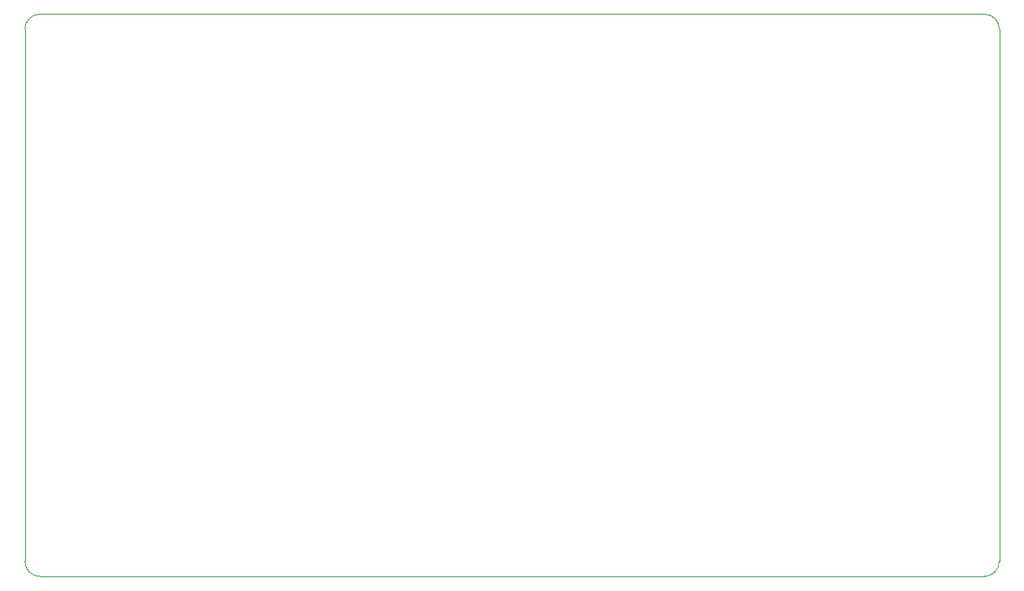
<source format=gm1>
%TF.GenerationSoftware,KiCad,Pcbnew,(6.0.9)*%
%TF.CreationDate,2022-11-30T16:04:33-07:00*%
%TF.ProjectId,nepcropad,6e657063-726f-4706-9164-2e6b69636164,rev?*%
%TF.SameCoordinates,Original*%
%TF.FileFunction,Profile,NP*%
%FSLAX46Y46*%
G04 Gerber Fmt 4.6, Leading zero omitted, Abs format (unit mm)*
G04 Created by KiCad (PCBNEW (6.0.9)) date 2022-11-30 16:04:33*
%MOMM*%
%LPD*%
G01*
G04 APERTURE LIST*
%TA.AperFunction,Profile*%
%ADD10C,0.100000*%
%TD*%
G04 APERTURE END LIST*
D10*
X83343750Y-61118750D02*
X181768750Y-61118750D01*
X81756250Y-118268750D02*
X81756250Y-62706250D01*
X181768750Y-119856250D02*
X83343750Y-119856250D01*
X183356250Y-62706250D02*
X183356250Y-118268750D01*
X81756250Y-118268750D02*
G75*
G03*
X83343750Y-119856250I1587550J50D01*
G01*
X181768750Y-119856200D02*
G75*
G03*
X183356250Y-118268750I0J1587500D01*
G01*
X83343750Y-61118750D02*
G75*
G03*
X81756250Y-62706250I50J-1587550D01*
G01*
X183356300Y-62706250D02*
G75*
G03*
X181768750Y-61118750I-1587550J-50D01*
G01*
M02*

</source>
